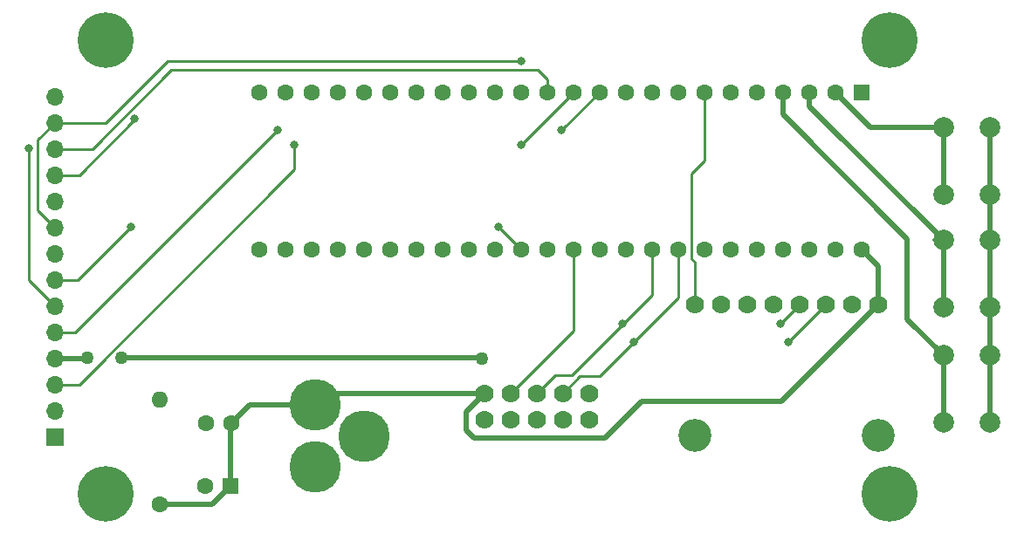
<source format=gbr>
%TF.GenerationSoftware,KiCad,Pcbnew,(5.1.6)-1*%
%TF.CreationDate,2020-11-29T15:45:25-05:00*%
%TF.ProjectId,MainMush,4d61696e-4d75-4736-982e-6b696361645f,rev?*%
%TF.SameCoordinates,Original*%
%TF.FileFunction,Copper,L1,Top*%
%TF.FilePolarity,Positive*%
%FSLAX46Y46*%
G04 Gerber Fmt 4.6, Leading zero omitted, Abs format (unit mm)*
G04 Created by KiCad (PCBNEW (5.1.6)-1) date 2020-11-29 15:45:25*
%MOMM*%
%LPD*%
G01*
G04 APERTURE LIST*
%TA.AperFunction,ComponentPad*%
%ADD10O,1.600000X1.600000*%
%TD*%
%TA.AperFunction,ComponentPad*%
%ADD11C,1.600000*%
%TD*%
%TA.AperFunction,ComponentPad*%
%ADD12R,1.600000X1.600000*%
%TD*%
%TA.AperFunction,ComponentPad*%
%ADD13O,1.700000X1.700000*%
%TD*%
%TA.AperFunction,ComponentPad*%
%ADD14R,1.700000X1.700000*%
%TD*%
%TA.AperFunction,ComponentPad*%
%ADD15C,5.400000*%
%TD*%
%TA.AperFunction,ComponentPad*%
%ADD16C,5.000000*%
%TD*%
%TA.AperFunction,ComponentPad*%
%ADD17C,2.000000*%
%TD*%
%TA.AperFunction,ComponentPad*%
%ADD18C,1.778000*%
%TD*%
%TA.AperFunction,ComponentPad*%
%ADD19C,3.200000*%
%TD*%
%TA.AperFunction,ViaPad*%
%ADD20C,0.800000*%
%TD*%
%TA.AperFunction,ViaPad*%
%ADD21C,1.270000*%
%TD*%
%TA.AperFunction,Conductor*%
%ADD22C,0.508000*%
%TD*%
%TA.AperFunction,Conductor*%
%ADD23C,0.250000*%
%TD*%
G04 APERTURE END LIST*
D10*
%TO.P,R1,2*%
%TO.N,Net-(R1-Pad2)*%
X100584000Y-120015000D03*
D11*
%TO.P,R1,1*%
%TO.N,+5V*%
X100584000Y-130175000D03*
%TD*%
%TO.P,U1,17*%
%TO.N,Net-(U1-Pad17)*%
X128016000Y-90170000D03*
%TO.P,U1,18*%
%TO.N,Net-(U1-Pad18)*%
X125476000Y-90170000D03*
%TO.P,U1,19*%
%TO.N,Net-(U1-Pad19)*%
X122936000Y-90170000D03*
%TO.P,U1,20*%
%TO.N,Net-(U1-Pad20)*%
X120396000Y-90170000D03*
%TO.P,U1,16*%
%TO.N,Net-(U1-Pad16)*%
X130556000Y-90170000D03*
%TO.P,U1,15*%
%TO.N,Net-(U1-Pad15)*%
X133096000Y-90170000D03*
%TO.P,U1,14*%
%TO.N,D12*%
X135636000Y-90170000D03*
%TO.P,U1,21*%
%TO.N,Net-(U1-Pad21)*%
X117856000Y-90170000D03*
%TO.P,U1,22*%
%TO.N,Net-(U1-Pad22)*%
X115316000Y-90170000D03*
%TO.P,U1,23*%
%TO.N,Net-(U1-Pad23)*%
X112776000Y-90170000D03*
%TO.P,U1,24*%
%TO.N,D32*%
X110236000Y-90170000D03*
%TO.P,U1,25*%
%TO.N,Net-(U1-Pad25)*%
X110236000Y-105410000D03*
%TO.P,U1,26*%
%TO.N,Net-(U1-Pad26)*%
X112776000Y-105410000D03*
%TO.P,U1,27*%
%TO.N,Net-(U1-Pad27)*%
X115316000Y-105410000D03*
%TO.P,U1,28*%
%TO.N,Net-(U1-Pad28)*%
X117856000Y-105410000D03*
%TO.P,U1,29*%
%TO.N,Net-(U1-Pad29)*%
X120396000Y-105410000D03*
%TO.P,U1,30*%
%TO.N,Net-(U1-Pad30)*%
X122936000Y-105410000D03*
%TO.P,U1,31*%
%TO.N,Net-(U1-Pad31)*%
X125476000Y-105410000D03*
%TO.P,U1,32*%
%TO.N,Net-(U1-Pad32)*%
X128016000Y-105410000D03*
%TO.P,U1,33*%
%TO.N,Net-(U1-Pad33)*%
X130556000Y-105410000D03*
%TO.P,U1,34*%
%TO.N,Net-(U1-Pad34)*%
X133096000Y-105410000D03*
%TO.P,U1,13*%
%TO.N,D11*%
X138176000Y-90170000D03*
%TO.P,U1,12*%
%TO.N,D10*%
X140716000Y-90170000D03*
%TO.P,U1,11*%
%TO.N,D9*%
X143256000Y-90170000D03*
%TO.P,U1,10*%
%TO.N,D8*%
X145796000Y-90170000D03*
%TO.P,U1,9*%
%TO.N,Net-(U1-Pad9)*%
X148336000Y-90170000D03*
%TO.P,U1,8*%
%TO.N,Net-(U1-Pad8)*%
X150876000Y-90170000D03*
%TO.P,U1,7*%
%TO.N,D5*%
X153416000Y-90170000D03*
%TO.P,U1,6*%
%TO.N,Net-(U1-Pad6)*%
X155956000Y-90170000D03*
%TO.P,U1,5*%
%TO.N,Net-(U1-Pad5)*%
X158496000Y-90170000D03*
%TO.P,U1,4*%
%TO.N,Net-(SW3-Pad2)*%
X161036000Y-90170000D03*
%TO.P,U1,3*%
%TO.N,Net-(SW2-Pad2)*%
X163576000Y-90170000D03*
%TO.P,U1,2*%
%TO.N,Net-(SW1-Pad2)*%
X166116000Y-90170000D03*
D12*
%TO.P,U1,1*%
%TO.N,Net-(U1-Pad1)*%
X168656000Y-90170000D03*
D11*
%TO.P,U1,35*%
%TO.N,D13*%
X135636000Y-105410000D03*
%TO.P,U1,36*%
%TO.N,Net-(U1-Pad36)*%
X138176000Y-105410000D03*
%TO.P,U1,37*%
%TO.N,A1*%
X140716000Y-105410000D03*
%TO.P,U1,38*%
%TO.N,Net-(U1-Pad38)*%
X143256000Y-105410000D03*
%TO.P,U1,39*%
%TO.N,Net-(U1-Pad39)*%
X145796000Y-105410000D03*
%TO.P,U1,40*%
%TO.N,SDA*%
X148336000Y-105410000D03*
%TO.P,U1,41*%
%TO.N,SCL*%
X150876000Y-105410000D03*
%TO.P,U1,42*%
%TO.N,Net-(U1-Pad42)*%
X153416000Y-105410000D03*
%TO.P,U1,43*%
%TO.N,Net-(U1-Pad43)*%
X155956000Y-105410000D03*
%TO.P,U1,44*%
%TO.N,Net-(U1-Pad44)*%
X158496000Y-105410000D03*
%TO.P,U1,45*%
%TO.N,Net-(U1-Pad45)*%
X161036000Y-105410000D03*
%TO.P,U1,46*%
%TO.N,3.3V*%
X163576000Y-105410000D03*
%TO.P,U1,47*%
%TO.N,GND*%
X166116000Y-105410000D03*
%TO.P,U1,48*%
%TO.N,+5V*%
X168656000Y-105410000D03*
%TD*%
D13*
%TO.P,U2,13*%
%TO.N,D12*%
X90429000Y-93107000D03*
%TO.P,U2,5*%
%TO.N,D9*%
X90429000Y-113427000D03*
%TO.P,U2,14*%
%TO.N,D32*%
X90429000Y-90567000D03*
%TO.P,U2,6*%
%TO.N,D11*%
X90429000Y-110887000D03*
%TO.P,U2,10*%
%TO.N,D13*%
X90429000Y-100727000D03*
%TO.P,U2,8*%
%TO.N,Net-(R1-Pad2)*%
X90429000Y-105807000D03*
%TO.P,U2,9*%
%TO.N,D12*%
X90429000Y-103267000D03*
%TO.P,U2,11*%
%TO.N,D8*%
X90429000Y-98187000D03*
%TO.P,U2,12*%
%TO.N,D11*%
X90429000Y-95647000D03*
%TO.P,U2,4*%
%TO.N,3.3V*%
X90429000Y-115967000D03*
%TO.P,U2,7*%
%TO.N,D13*%
X90429000Y-108347000D03*
D14*
%TO.P,U2,1*%
%TO.N,+5V*%
X90429000Y-123587000D03*
D13*
%TO.P,U2,3*%
%TO.N,D10*%
X90429000Y-118507000D03*
%TO.P,U2,2*%
%TO.N,GND*%
X90429000Y-121047000D03*
D15*
%TO.P,U2,18*%
%TO.N,N/C*%
X171429000Y-129077000D03*
%TO.P,U2,17*%
X171429000Y-85077000D03*
%TO.P,U2,16*%
X95349000Y-85077000D03*
%TO.P,U2,15*%
X95349000Y-129077000D03*
%TD*%
D16*
%TO.P,J1,1*%
%TO.N,+5V*%
X115697000Y-120523000D03*
%TO.P,J1,2*%
%TO.N,GND*%
X115697000Y-126523000D03*
%TO.P,J1,3*%
%TO.N,Net-(J1-Pad3)*%
X120397000Y-123523000D03*
%TD*%
D11*
%TO.P,C1,1*%
%TO.N,+5V*%
X107569000Y-122301000D03*
%TO.P,C1,2*%
%TO.N,GND*%
X105069000Y-122301000D03*
%TD*%
D12*
%TO.P,C2,1*%
%TO.N,+5V*%
X107505500Y-128397000D03*
D11*
%TO.P,C2,2*%
%TO.N,GND*%
X105005500Y-128397000D03*
%TD*%
D17*
%TO.P,SW3,1*%
%TO.N,GND*%
X181102000Y-122197000D03*
%TO.P,SW3,2*%
%TO.N,Net-(SW3-Pad2)*%
X176602000Y-122197000D03*
%TO.P,SW3,1*%
%TO.N,GND*%
X181102000Y-115697000D03*
%TO.P,SW3,2*%
%TO.N,Net-(SW3-Pad2)*%
X176602000Y-115697000D03*
%TD*%
%TO.P,SW2,1*%
%TO.N,GND*%
X181102000Y-111021000D03*
%TO.P,SW2,2*%
%TO.N,Net-(SW2-Pad2)*%
X176602000Y-111021000D03*
%TO.P,SW2,1*%
%TO.N,GND*%
X181102000Y-104521000D03*
%TO.P,SW2,2*%
%TO.N,Net-(SW2-Pad2)*%
X176602000Y-104521000D03*
%TD*%
%TO.P,SW1,1*%
%TO.N,GND*%
X181102000Y-100099000D03*
%TO.P,SW1,2*%
%TO.N,Net-(SW1-Pad2)*%
X176602000Y-100099000D03*
%TO.P,SW1,1*%
%TO.N,GND*%
X181102000Y-93599000D03*
%TO.P,SW1,2*%
%TO.N,Net-(SW1-Pad2)*%
X176602000Y-93599000D03*
%TD*%
D18*
%TO.P,U3,8*%
%TO.N,D5*%
X152527000Y-110744000D03*
%TO.P,U3,7*%
%TO.N,Net-(U3-Pad7)*%
X155067000Y-110744000D03*
%TO.P,U3,6*%
%TO.N,Net-(U3-Pad6)*%
X157607000Y-110744000D03*
%TO.P,U3,5*%
%TO.N,Net-(U3-Pad5)*%
X160147000Y-110744000D03*
%TO.P,U3,4*%
%TO.N,SDA*%
X162687000Y-110744000D03*
%TO.P,U3,3*%
%TO.N,SCL*%
X165227000Y-110744000D03*
%TO.P,U3,2*%
%TO.N,GND*%
X167767000Y-110744000D03*
%TO.P,U3,1*%
%TO.N,+5V*%
X170307000Y-110744000D03*
D19*
%TO.P,U3,9*%
%TO.N,N/C*%
X170307000Y-123444000D03*
%TO.P,U3,10*%
X152527000Y-123444000D03*
%TD*%
D18*
%TO.P,J2,3*%
%TO.N,A1*%
X134620000Y-119380000D03*
%TO.P,J2,1*%
%TO.N,+5V*%
X132080000Y-119380000D03*
%TO.P,J2,5*%
%TO.N,SDA*%
X137160000Y-119380000D03*
%TO.P,J2,7*%
%TO.N,SCL*%
X139700000Y-119380000D03*
%TO.P,J2,9*%
%TO.N,Net-(J2-Pad9)*%
X142240000Y-119380000D03*
%TO.P,J2,10*%
%TO.N,GND*%
X142240000Y-121920000D03*
%TO.P,J2,4*%
X134620000Y-121920000D03*
%TO.P,J2,2*%
X132080000Y-121920000D03*
%TO.P,J2,6*%
X137160000Y-121920000D03*
%TO.P,J2,8*%
X139700000Y-121920000D03*
%TD*%
D20*
%TO.N,SCL*%
X161544000Y-114427000D03*
X146558000Y-114427000D03*
%TO.N,SDA*%
X160782000Y-112649000D03*
X145473847Y-112580847D03*
%TO.N,D12*%
X135636000Y-87122000D03*
%TO.N,D11*%
X87884000Y-95631000D03*
%TO.N,D10*%
X135636000Y-95250000D03*
X113665000Y-95250000D03*
%TO.N,D9*%
X112014000Y-93853000D03*
X139573000Y-93853000D03*
%TO.N,D8*%
X98171000Y-92710000D03*
%TO.N,D13*%
X133477000Y-103251000D03*
X97790000Y-103251000D03*
D21*
%TO.N,3.3V*%
X93599000Y-115951000D03*
X96901000Y-115951000D03*
X131873500Y-115967000D03*
%TD*%
D22*
%TO.N,GND*%
X181102000Y-122197000D02*
X181102000Y-115697000D01*
X181102000Y-111021000D02*
X181102000Y-104521000D01*
X181102000Y-93599000D02*
X181102000Y-100099000D01*
X181102000Y-104521000D02*
X181102000Y-100099000D01*
X181102000Y-115697000D02*
X181102000Y-111021000D01*
%TO.N,+5V*%
X170307000Y-107061000D02*
X170307000Y-110744000D01*
X170307000Y-110744000D02*
X161988500Y-119062500D01*
X168656000Y-105410000D02*
X170307000Y-107061000D01*
X132080000Y-119380000D02*
X130302000Y-121158000D01*
X130302000Y-121158000D02*
X130302000Y-122936000D01*
X130302000Y-122936000D02*
X131064000Y-123698000D01*
X131064000Y-123698000D02*
X143764000Y-123698000D01*
X143764000Y-123698000D02*
X147320000Y-120142000D01*
X160909000Y-120142000D02*
X161988500Y-119062500D01*
X147320000Y-120142000D02*
X160909000Y-120142000D01*
X90445000Y-123571000D02*
X90429000Y-123587000D01*
X113538000Y-120523000D02*
X114681000Y-119380000D01*
X116840000Y-119380000D02*
X132080000Y-119380000D01*
X115697000Y-120523000D02*
X116840000Y-119380000D01*
X107569000Y-122301000D02*
X109347000Y-120523000D01*
X107505500Y-122364500D02*
X107569000Y-122301000D01*
X107505500Y-128397000D02*
X107505500Y-122364500D01*
X115697000Y-120523000D02*
X109347000Y-120523000D01*
X105727500Y-130175000D02*
X107505500Y-128397000D01*
X100584000Y-130175000D02*
X105727500Y-130175000D01*
D23*
%TO.N,SCL*%
X150876000Y-105410000D02*
X150876000Y-108204000D01*
X139700000Y-119380000D02*
X141351000Y-117729000D01*
X141351000Y-117729000D02*
X143256000Y-117729000D01*
X150876000Y-110109000D02*
X150876000Y-108204000D01*
X165227000Y-110744000D02*
X161544000Y-114427000D01*
X143256000Y-117729000D02*
X146558000Y-114427000D01*
X146558000Y-114427000D02*
X150876000Y-110109000D01*
%TO.N,SDA*%
X137160000Y-119380000D02*
X138938000Y-117602000D01*
X138938000Y-117602000D02*
X140589000Y-117602000D01*
X140589000Y-117602000D02*
X145415000Y-112776000D01*
X145415000Y-112776000D02*
X148336000Y-109855000D01*
X148336000Y-105410000D02*
X148336000Y-109855000D01*
X162687000Y-110744000D02*
X160782000Y-112649000D01*
%TO.N,D5*%
X152146000Y-106299000D02*
X152146000Y-98044000D01*
X152527000Y-110744000D02*
X152527000Y-106680000D01*
X152527000Y-106680000D02*
X152146000Y-106299000D01*
X153416000Y-96774000D02*
X152146000Y-98044000D01*
X153416000Y-90170000D02*
X153416000Y-96774000D01*
D22*
%TO.N,Net-(SW1-Pad2)*%
X176602000Y-93599000D02*
X176602000Y-100099000D01*
X166116000Y-90170000D02*
X169545000Y-93599000D01*
X176602000Y-93599000D02*
X169545000Y-93599000D01*
%TO.N,Net-(SW2-Pad2)*%
X176602000Y-104521000D02*
X176602000Y-111021000D01*
X175768000Y-104521000D02*
X176602000Y-104521000D01*
X163576000Y-91495000D02*
X176602000Y-104521000D01*
X163576000Y-90170000D02*
X163576000Y-91495000D01*
%TO.N,Net-(SW3-Pad2)*%
X176602000Y-115697000D02*
X176602000Y-122197000D01*
X173101000Y-112196000D02*
X176602000Y-115697000D01*
X161036000Y-90170000D02*
X161036000Y-92329000D01*
X173101000Y-104394000D02*
X173101000Y-112196000D01*
X161036000Y-92329000D02*
X173101000Y-104394000D01*
D23*
%TO.N,A1*%
X134620000Y-119380000D02*
X140716000Y-113284000D01*
X140716000Y-113284000D02*
X140716000Y-105410000D01*
%TO.N,D12*%
X90429000Y-93107000D02*
X88773000Y-94763000D01*
X88773000Y-101611000D02*
X90429000Y-103267000D01*
X88773000Y-94763000D02*
X88773000Y-101611000D01*
X95361000Y-93107000D02*
X101346000Y-87122000D01*
X90429000Y-93107000D02*
X95361000Y-93107000D01*
X101346000Y-87122000D02*
X135636000Y-87122000D01*
%TO.N,D11*%
X87884000Y-108342000D02*
X90429000Y-110887000D01*
X87884000Y-95631000D02*
X87884000Y-108342000D01*
X137287000Y-88011000D02*
X138176000Y-88900000D01*
X101727000Y-88011000D02*
X137287000Y-88011000D01*
X90429000Y-95647000D02*
X94091000Y-95647000D01*
X138176000Y-88900000D02*
X138176000Y-90170000D01*
X94091000Y-95647000D02*
X101727000Y-88011000D01*
%TO.N,D10*%
X140716000Y-90170000D02*
X135636000Y-95250000D01*
X90429000Y-118486000D02*
X90429000Y-118507000D01*
X90429000Y-118507000D02*
X92821000Y-118507000D01*
X113665000Y-97663000D02*
X113665000Y-95250000D01*
X92821000Y-118507000D02*
X113665000Y-97663000D01*
%TO.N,D9*%
X90429000Y-113427000D02*
X92440000Y-113427000D01*
X92440000Y-113427000D02*
X112014000Y-93853000D01*
X139573000Y-93853000D02*
X143256000Y-90170000D01*
%TO.N,D8*%
X90429000Y-98187000D02*
X92821000Y-98187000D01*
X92821000Y-98187000D02*
X98171000Y-92837000D01*
X98171000Y-92837000D02*
X98171000Y-92710000D01*
%TO.N,D13*%
X135636000Y-105410000D02*
X133477000Y-103251000D01*
X92694000Y-108347000D02*
X97790000Y-103251000D01*
X90429000Y-108347000D02*
X92694000Y-108347000D01*
D22*
%TO.N,3.3V*%
X90429000Y-115967000D02*
X93583000Y-115967000D01*
X93583000Y-115967000D02*
X93599000Y-115951000D01*
X96901000Y-115951000D02*
X131857500Y-115951000D01*
X131857500Y-115951000D02*
X131873500Y-115967000D01*
%TD*%
M02*

</source>
